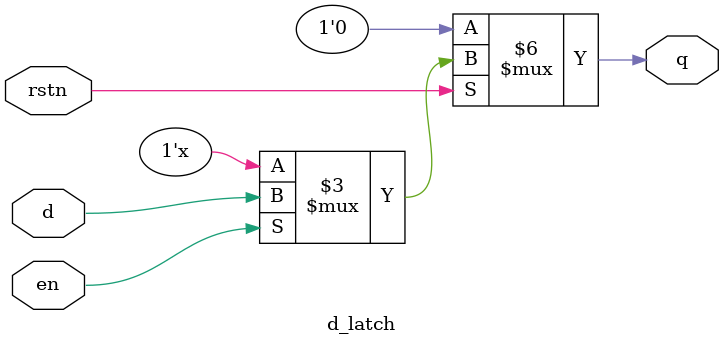
<source format=v>

module d_latch #(
    parameter N = 1
)(
    input              rstn,
    input              en,
    input      [N-1:0] d,
    output reg [N-1:0] q
);

    always @ (en or rstn or d) begin
        if (!rstn)   q <= 0;
        else if (en) q <= d;
    end

endmodule
</source>
